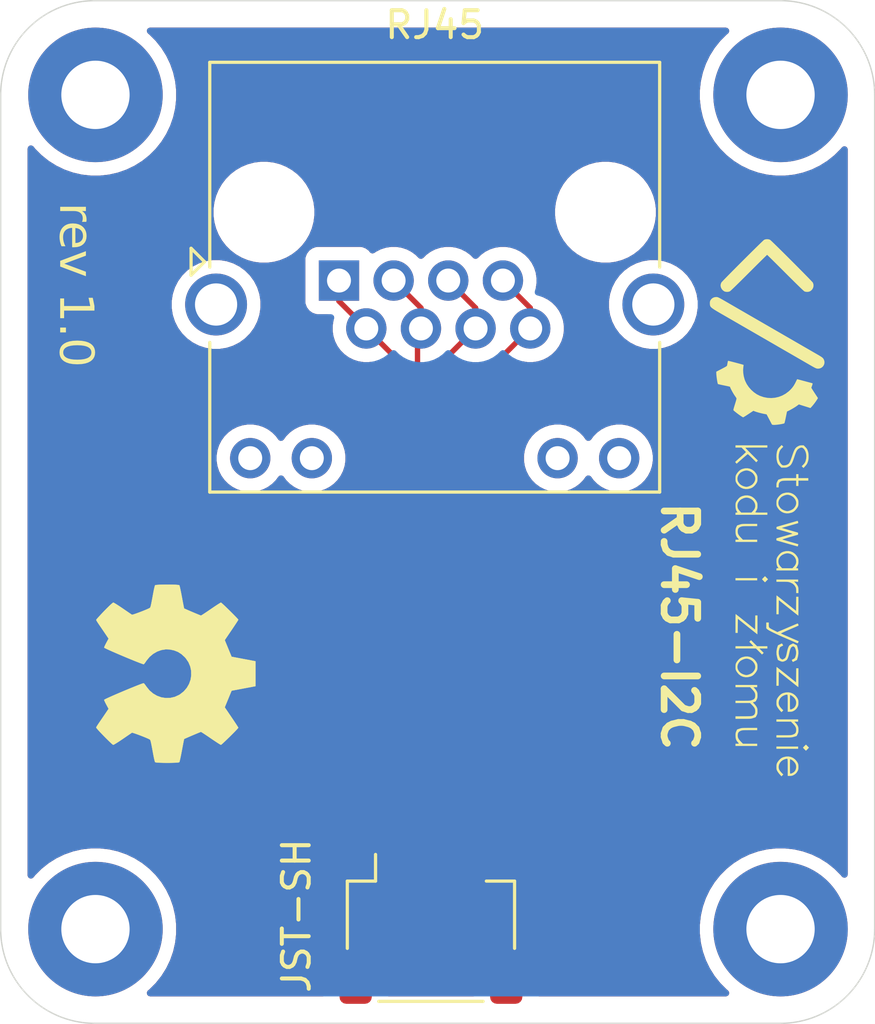
<source format=kicad_pcb>
(kicad_pcb (version 20241229) (generator "pcbnew") (generator_version "9.0")
  (layers (0 "F.Cu" signal) (2 "B.Cu" signal) (13 "F.Paste" user) (15 "B.Paste" user) (5 "F.SilkS" user "F.Silkscreen") (7 "B.SilkS" user "B.Silkscreen") (1 "F.Mask" user) (3 "B.Mask" user) (25 "Edge.Cuts" user))
  (net 0 "")
  (net 3 "Net-(J2-Pin_2)")
  (net 7 "Net-(J2-Pin_1)")
  (net 8 "Net-(J2-Pin_4)")
  (net 9 "Net-(J2-Pin_3)")
  (footprint "LOGO" (layer "F.Cu") (at 134 108 -90)
    (property "Reference" "G***" (hide yes))
    (property "Value" "LOGO" (hide yes))
  )
  (footprint "Symbol:OSHW-Symbol_6.7x6mm_SilkScreen" (layer "F.Cu") (at 112 114 -90)
    (property "Reference" "REF**" (hide yes))
    (property "Value" "OSHW-Symbol_6.7x6mm_SilkScreen" (hide yes))
  )
  (footprint "Connector_RJ:RJ45_Amphenol_RJHSE538X" (layer "F.Cu") (at 118.08 99.4)
    (property "Reference" "RJ45" (at 3.56 -9.5 0) (layer "F.SilkS"))
    (property "Value" "8P8C_LED_Shielded")
    (pad "" np_thru_hole circle (at -2.79 -2.54) (size 3.25 3.25) (drill 3.25) (layers "*.Cu" "*.Mask"))
    (pad "" np_thru_hole circle (at 9.91 -2.54) (size 3.25 3.25) (drill 3.25) (layers "*.Cu" "*.Mask"))
    (pad "1" thru_hole rect (at 0 0) (size 1.5 1.5) (drill 0.89) (layers "*.Cu" "*.Mask") (net 7 "Net-(J2-Pin_1)"))
    (pad "2" thru_hole circle (at 1.016 1.78) (size 1.5 1.5) (drill 0.89) (layers "*.Cu" "*.Mask") (net 7 "Net-(J2-Pin_1)"))
    (pad "3" thru_hole circle (at 2.032 0) (size 1.5 1.5) (drill 0.89) (layers "*.Cu" "*.Mask") (net 3 "Net-(J2-Pin_2)"))
    (pad "4" thru_hole circle (at 3.048 1.78) (size 1.5 1.5) (drill 0.89) (layers "*.Cu" "*.Mask") (net 3 "Net-(J2-Pin_2)"))
    (pad "5" thru_hole circle (at 4.064 0) (size 1.5 1.5) (drill 0.89) (layers "*.Cu" "*.Mask") (net 9 "Net-(J2-Pin_3)"))
    (pad "6" thru_hole circle (at 5.08 1.78) (size 1.5 1.5) (drill 0.89) (layers "*.Cu" "*.Mask") (net 9 "Net-(J2-Pin_3)"))
    (pad "7" thru_hole circle (at 6.096 0) (size 1.5 1.5) (drill 0.89) (layers "*.Cu" "*.Mask") (net 8 "Net-(J2-Pin_4)"))
    (pad "8" thru_hole circle (at 7.112 1.78) (size 1.5 1.5) (drill 0.89) (layers "*.Cu" "*.Mask") (net 8 "Net-(J2-Pin_4)"))
    (pad "9" thru_hole circle (at -3.3 6.6) (size 1.5 1.5) (drill 0.89) (layers "*.Cu" "*.Mask"))
    (pad "10" thru_hole circle (at -1.01 6.6) (size 1.5 1.5) (drill 0.89) (layers "*.Cu" "*.Mask"))
    (pad "11" thru_hole circle (at 8.13 6.6) (size 1.5 1.5) (drill 0.89) (layers "*.Cu" "*.Mask"))
    (pad "12" thru_hole circle (at 10.42 6.6) (size 1.5 1.5) (drill 0.89) (layers "*.Cu" "*.Mask"))
    (pad "SH" thru_hole circle (at -4.57 0.89) (size 2.3 2.3) (drill 1.57) (layers "*.Cu" "*.Mask"))
    (pad "SH" thru_hole circle (at 11.69 0.89) (size 2.3 2.3) (drill 1.57) (layers "*.Cu" "*.Mask"))
  )
  (footprint "Connector_JST:JST_SH_SM04B-SRSS-TB_1x04-1MP_P1.00mm_Horizontal" (layer "F.Cu") (at 121.5 123.5)
    (property "Reference" "JST-SH" (at -5 -0.5 270) (layer "F.SilkS"))
    (property "Value" "JST-SH")
    (pad "1" smd roundrect (at -1.5 -2) (size 0.6 1.55) (layers "F.Cu" "F.Mask" "F.Paste") (net 7 "Net-(J2-Pin_1)"))
    (pad "2" smd roundrect (at -0.5 -2) (size 0.6 1.55) (layers "F.Cu" "F.Mask" "F.Paste") (net 3 "Net-(J2-Pin_2)"))
    (pad "3" smd roundrect (at 0.5 -2) (size 0.6 1.55) (layers "F.Cu" "F.Mask" "F.Paste") (net 9 "Net-(J2-Pin_3)"))
    (pad "4" smd roundrect (at 1.5 -2) (size 0.6 1.55) (layers "F.Cu" "F.Mask" "F.Paste") (net 8 "Net-(J2-Pin_4)"))
    (pad "MP" smd roundrect (at -2.8 1.875) (size 1.2 1.8) (layers "F.Cu" "F.Mask" "F.Paste") (roundrect_rratio 0.208333))
    (pad "MP" smd roundrect (at 2.8 1.875) (size 1.2 1.8) (layers "F.Cu" "F.Mask" "F.Paste") (roundrect_rratio 0.208333))
  )
  (gr_line (start 134.5 89) (end 109 89) (stroke (width 0.05)) (layer "Edge.Cuts"))
  (gr_arc (start 105.5 92.5) (mid 106.525126 90.025126) (end 109 89) (stroke (width 0.05)) (layer "Edge.Cuts"))
  (gr_arc (start 138 123.5) (mid 136.974874 125.974874) (end 134.5 127) (stroke (width 0.05)) (layer "Edge.Cuts"))
  (gr_arc (start 109 127) (mid 106.525126 125.974874) (end 105.5 123.5) (stroke (width 0.05)) (layer "Edge.Cuts"))
  (gr_line (start 138 123.5) (end 138 92.5) (stroke (width 0.05)) (layer "Edge.Cuts"))
  (gr_arc (start 134.5 89) (mid 136.974874 90.025126) (end 138 92.5) (stroke (width 0.05)) (layer "Edge.Cuts"))
  (gr_line (start 109 127) (end 134.5 127) (stroke (width 0.05)) (layer "Edge.Cuts"))
  (gr_line (start 105.5 92.5) (end 105.5 123.5) (stroke (width 0.05)) (layer "Edge.Cuts"))
  (gr_text "rev 1.0" (at 107.5 96.5 270) (layer "F.SilkS") (effects (font (size 1.25 1.25) (thickness 0.1)) (justify left bottom)))
  (gr_text "RJ45-I2C" (at 130.005 107.5 270) (layer "F.SilkS") (effects (font (size 1.25 1.25) (thickness 0.25) (bold yes)) (justify left bottom)))
  (via (at 134.5 123.5) (size 5) (drill 2.54) (layers "F.Cu" "B.Cu") (net 0))
  (via (at 109.025126 92.5) (size 5) (drill 2.54) (layers "F.Cu" "B.Cu") (net 0))
  (via (at 109.025126 123.5) (size 5) (drill 2.54) (layers "F.Cu" "B.Cu") (net 0))
  (via (at 134.5 92.5) (size 5) (drill 2.54) (layers "F.Cu" "B.Cu") (net 0))
  (segment (start 121.128 100.416) (end 121.128 101.18) (width 0.2) (layer "F.Cu") (net 3))
  (segment (start 121 101.308) (end 121 121.5) (width 0.2) (layer "F.Cu") (net 3))
  (segment (start 120.112 99.4) (end 121.128 100.416) (width 0.2) (layer "F.Cu") (net 3))
  (segment (start 121.128 101.18) (end 121 101.308) (width 0.2) (layer "F.Cu") (net 3))
  (segment (start 120 102.084) (end 120 121.5) (width 0.2) (layer "F.Cu") (net 7))
  (segment (start 118.08 99.4) (end 118.08 100.164) (width 0.2) (layer "F.Cu") (net 7))
  (segment (start 118.08 100.164) (end 119.096 101.18) (width 0.2) (layer "F.Cu") (net 7))
  (segment (start 119.096 101.18) (end 120 102.084) (width 0.2) (layer "F.Cu") (net 7))
  (segment (start 123 103.372) (end 123 121.5) (width 0.2) (layer "F.Cu") (net 8))
  (segment (start 125.192 101.18) (end 123 103.372) (width 0.2) (layer "F.Cu") (net 8))
  (segment (start 124.176 99.4) (end 125.192 100.416) (width 0.2) (layer "F.Cu") (net 8))
  (segment (start 125.192 100.416) (end 125.192 101.18) (width 0.2) (layer "F.Cu") (net 8))
  (segment (start 123.16 101.18) (end 122 102.34) (width 0.2) (layer "F.Cu") (net 9))
  (segment (start 122 102.34) (end 122 121.5) (width 0.2) (layer "F.Cu") (net 9))
  (segment (start 122.144 99.4) (end 123.16 100.416) (width 0.2) (layer "F.Cu") (net 9))
  (segment (start 123.16 100.416) (end 123.16 101.18) (width 0.2) (layer "F.Cu") (net 9))
  (zone (net 0) (net_name "") (layer "F.Cu") (connect_pads (clearance 0.5)) (min_thickness 0.25) (fill yes (thermal_gap 0.5) (thermal_bridge_width 0.5) (island_removal_mode 1) (island_area_min 10))
    (polygon (pts (xy 106.5 123.5) (xy 106.5 92.5) (xy 109 90) (xy 134.5 90) (xy 137 92.5) (xy 137 123.5) (xy 134.5 126) (xy 109 126)))
  )
  (zone (net 0) (net_name "") (layer "B.Cu") (connect_pads (clearance 0.5)) (min_thickness 0.25) (fill yes (thermal_gap 0.5) (thermal_bridge_width 0.5) (island_removal_mode 1) (island_area_min 10))
    (polygon (pts (xy 106.5 123.5) (xy 106.5 92.5) (xy 109 90) (xy 134.5 90) (xy 137 92.5) (xy 137 123.5) (xy 134.5 126) (xy 109 126)))
  )
)
</source>
